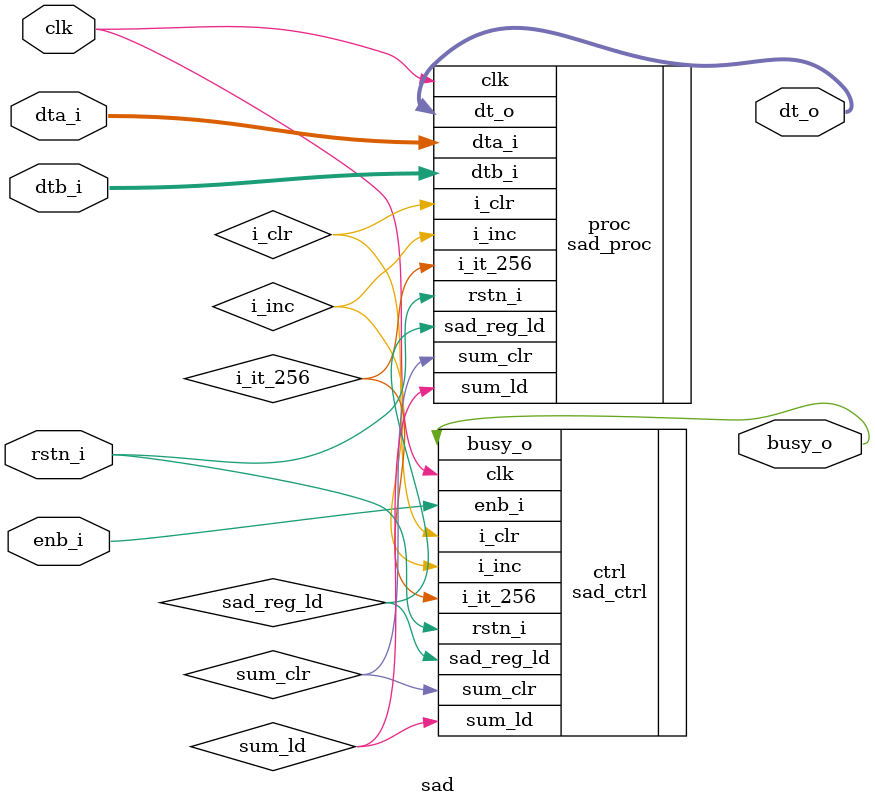
<source format=sv>

module sad(
	input clk,
	input rstn_i,
	input logic enb_i,
	input logic [7:0] dta_i,
    input logic [7:0] dtb_i,

    output logic busy_o,
    output logic [31:0] dt_o
	);

    logic  i_inc;
    logic  i_clr;
    logic  sum_ld; 
    logic  sum_clr;
    logic  sad_reg_ld;
    logic  i_it_256;

sad_ctrl ctrl(
	.clk        (clk),
    .rstn_i     (rstn_i),
    .enb_i      (enb_i),
    .i_it_256   (i_it_256),
    .busy_o     (busy_o),
    .i_inc      (i_inc),
    .i_clr      (i_clr),
    .sum_ld     (sum_ld),
    .sum_clr    (sum_clr),
    .sad_reg_ld (sad_reg_ld)
);

sad_proc proc(
	.clk        (clk),
    .rstn_i     (rstn_i),
    .i_inc      (i_inc),
    .i_clr      (i_clr),
    .sum_ld     (sum_ld),
    .sum_clr    (sum_clr),
    .sad_reg_ld (sad_reg_ld),
    .dta_i      (dta_i),
    .dtb_i      (dtb_i),
    .i_it_256   (i_it_256),
    .dt_o       (dt_o)
);

endmodule

</source>
